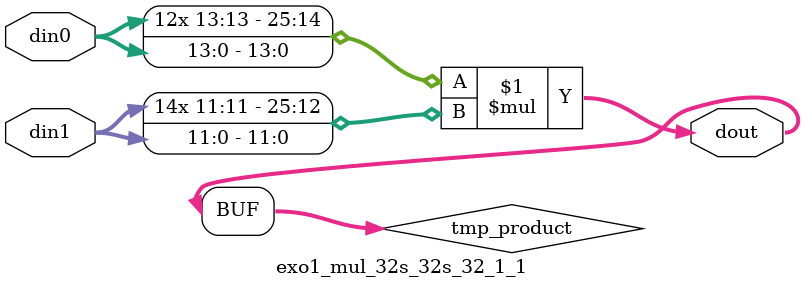
<source format=v>

`timescale 1 ns / 1 ps

  module exo1_mul_32s_32s_32_1_1(din0, din1, dout);
parameter ID = 1;
parameter NUM_STAGE = 0;
parameter din0_WIDTH = 14;
parameter din1_WIDTH = 12;
parameter dout_WIDTH = 26;

input [din0_WIDTH - 1 : 0] din0; 
input [din1_WIDTH - 1 : 0] din1; 
output [dout_WIDTH - 1 : 0] dout;

wire signed [dout_WIDTH - 1 : 0] tmp_product;













assign tmp_product = $signed(din0) * $signed(din1);








assign dout = tmp_product;







endmodule

</source>
